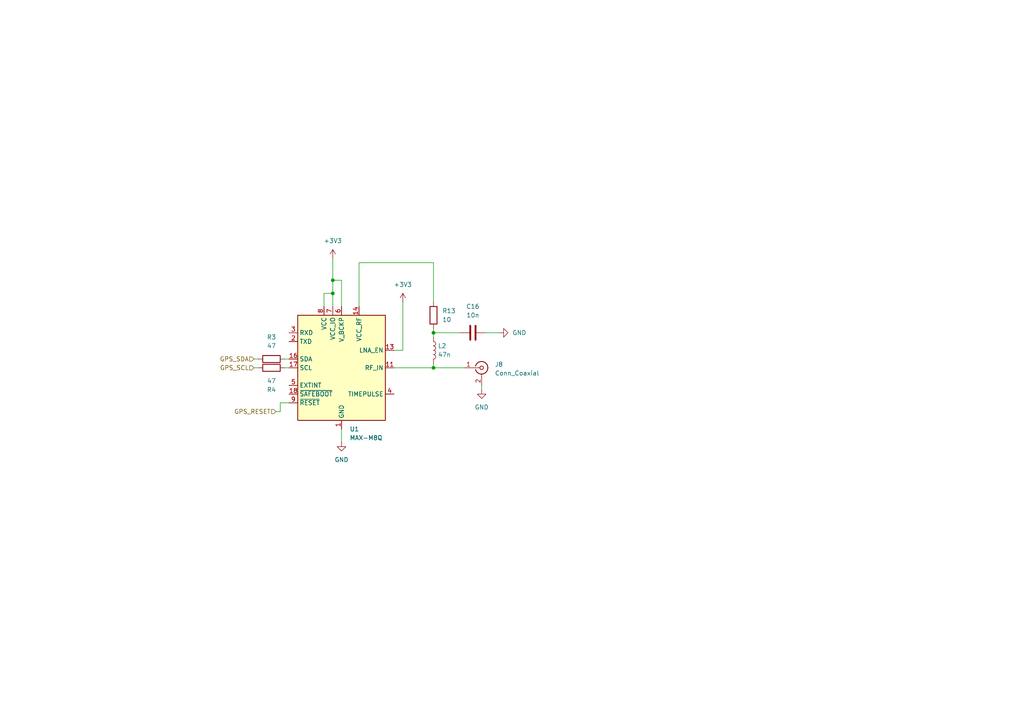
<source format=kicad_sch>
(kicad_sch (version 20250114) (generator "eeschema") (generator_version "9.0")
  (paper "A4")
  (lib_symbols
    (symbol "Connector:Conn_Coaxial" (pin_names (offset 1.016) (hide yes))
      (property "Reference" "J" (at 0.254 3.048 0))
      (property "Value" "Conn_Coaxial" (at 2.921 0 90))
      (symbol "Conn_Coaxial_0_1"
        (polyline (pts (xy -2.54 0) (xy -0.508 0)))
        (arc (start 1.778 0) (mid 0.222 -1.8079) (end -1.778 -0.508) (stroke (width 0.254)))
        (arc (start -1.778 0.508) (mid 0.2221 1.8084) (end 1.778 0) (stroke (width 0.254)))
        (circle (center 0 0) (radius 0.508) (stroke (width 0.2032)))
        (polyline (pts (xy 0 -2.54) (xy 0 -1.778)))
      )
      (symbol "Conn_Coaxial_1_1"
        (pin passive line (at -5.08 0 0) (length 2.54) (name "In") (number "1"))
        (pin passive line (at 0 -5.08 90) (length 2.54) (name "Ext") (number "2"))
      )
    )
    (symbol "Device:C" (pin_numbers (hide yes)) (pin_names (offset 0.254))
      (property "Reference" "C" (at 0.635 2.54 0))
      (property "Value" "C" (at 0.635 -2.54 0))
      (symbol "C_0_1"
        (polyline (pts (xy -2.032 0.762) (xy 2.032 0.762)) (stroke (width 0.508)))
        (polyline (pts (xy -2.032 -0.762) (xy 2.032 -0.762)) (stroke (width 0.508)))
      )
      (symbol "C_1_1"
        (pin passive line (at 0 3.81 270) (length 2.794) (name "~") (number "1"))
        (pin passive line (at 0 -3.81 90) (length 2.794) (name "~") (number "2"))
      )
    )
    (symbol "Device:L" (pin_numbers (hide yes)) (pin_names (offset 1.016) (hide yes))
      (property "Reference" "L" (at -1.27 0 90))
      (property "Value" "L" (at 1.905 0 90))
      (symbol "L_0_1"
        (arc (start 0 2.54) (mid 0.6323 1.905) (end 0 1.27))
        (arc (start 0 1.27) (mid 0.6323 0.635) (end 0 0))
        (arc (start 0 0) (mid 0.6323 -0.635) (end 0 -1.27))
        (arc (start 0 -1.27) (mid 0.6323 -1.905) (end 0 -2.54))
      )
      (symbol "L_1_1"
        (pin passive line (at 0 3.81 270) (length 1.27) (name "1") (number "1"))
        (pin passive line (at 0 -3.81 90) (length 1.27) (name "2") (number "2"))
      )
    )
    (symbol "Device:R" (pin_numbers (hide yes)) (pin_names (offset 0))
      (property "Reference" "R" (at 2.032 0 90))
      (property "Value" "R" (at 0 0 90))
      (symbol "R_0_1"
        (rectangle (start -1.016 -2.54) (end 1.016 2.54) (stroke (width 0.254)))
      )
      (symbol "R_1_1"
        (pin passive line (at 0 3.81 270) (length 1.27) (name "~") (number "1"))
        (pin passive line (at 0 -3.81 90) (length 1.27) (name "~") (number "2"))
      )
    )
    (symbol "RF_GPS:MAX-M8Q"
      (property "Reference" "U" (at -10.16 16.51 0))
      (property "Value" "MAX-M8Q" (at 11.43 16.51 0))
      (symbol "MAX-M8Q_0_1"
        (rectangle (start 12.7 15.24) (end -12.7 -15.24) (stroke (width 0.254)) (fill (type background)))
      )
      (symbol "MAX-M8Q_1_1"
        (pin input line (at -15.24 10.16 0) (length 2.54) (name "RXD") (number "3"))
        (pin output line (at -15.24 7.62 0) (length 2.54) (name "TXD") (number "2"))
        (pin bidirectional line (at -15.24 2.54 0) (length 2.54) (name "SDA") (number "16"))
        (pin input line (at -15.24 0 0) (length 2.54) (name "SCL") (number "17"))
        (pin input line (at -15.24 -5.08 0) (length 2.54) (name "EXTINT") (number "5"))
        (pin input line (at -15.24 -7.62 0) (length 2.54) (name "~{SAFEBOOT}") (number "18"))
        (pin input line (at -15.24 -10.16 0) (length 2.54) (name "~{RESET}") (number "9"))
        (pin power_in line (at -5.08 17.78 270) (length 2.54) (name "VCC") (number "8"))
        (pin power_in line (at -2.54 17.78 270) (length 2.54) (name "VCC_IO") (number "7"))
        (pin power_in line (at 0 17.78 270) (length 2.54) (name "V_BCKP") (number "6"))
        (pin power_in line (at 0 -17.78 90) (length 2.54) (name "GND") (number "1"))
        (pin passive line (at 0 -17.78 90) (length 2.54) (hide yes) (name "GND") (number "10"))
        (pin passive line (at 0 -17.78 90) (length 2.54) (hide yes) (name "GND") (number "12"))
        (pin power_out line (at 5.08 17.78 270) (length 2.54) (name "VCC_RF") (number "14"))
        (pin no_connect line (at 12.7 -5.08 180) (length 2.54) (hide yes) (name "Reserved") (number "15"))
        (pin output line (at 15.24 5.08 180) (length 2.54) (name "LNA_EN") (number "13"))
        (pin input line (at 15.24 0 180) (length 2.54) (name "RF_IN") (number "11"))
        (pin output line (at 15.24 -7.62 180) (length 2.54) (name "TIMEPULSE") (number "4"))
      )
    )
    (symbol "power:+3V3" (power) (pin_numbers (hide yes)) (pin_names (offset 0) (hide yes))
      (property "Value" "+3V3" (at 0 3.556 0))
      (symbol "+3V3_0_1"
        (polyline (pts (xy -0.762 1.27) (xy 0 2.54)))
        (polyline (pts (xy 0 2.54) (xy 0.762 1.27)))
        (polyline (pts (xy 0 0) (xy 0 2.54)))
      )
      (symbol "+3V3_1_1"
        (pin power_in line (at 0 0 90) (length 0) (name "~") (number "1"))
      )
    )
    (symbol "power:GND" (power) (pin_numbers (hide yes)) (pin_names (offset 0) (hide yes))
      (property "Value" "GND" (at 0 -3.81 0))
      (symbol "GND_0_1"
        (polyline (pts (xy 0 0) (xy 0 -1.27) (xy 1.27 -1.27) (xy 0 -2.54) (xy -1.27 -1.27) (xy 0 -1.27)))
      )
      (symbol "GND_1_1"
        (pin power_in line (at 0 0 270) (length 0) (name "~") (number "1"))
      )
    )
  )
  (junction (at 125.73 96.52))
  (junction (at 96.52 81.28))
  (junction (at 125.73 106.68))
  (junction (at 96.52 85.09))
  (wire (pts (xy 133.35 96.52) (xy 125.73 96.52)))
  (wire (pts (xy 114.3 106.68) (xy 125.73 106.68)))
  (wire (pts (xy 99.06 88.9) (xy 99.06 81.28)))
  (wire (pts (xy 125.73 105.41) (xy 125.73 106.68)))
  (wire (pts (xy 81.28 116.84) (xy 83.82 116.84)))
  (wire (pts (xy 81.28 119.38) (xy 81.28 116.84)))
  (wire (pts (xy 125.73 95.25) (xy 125.73 96.52)))
  (wire (pts (xy 73.66 106.68) (xy 74.93 106.68)))
  (wire (pts (xy 125.73 87.63) (xy 125.73 76.2)))
  (wire (pts (xy 139.7 113.03) (xy 139.7 111.76)))
  (wire (pts (xy 116.84 101.6) (xy 114.3 101.6)))
  (wire (pts (xy 82.55 106.68) (xy 83.82 106.68)))
  (wire (pts (xy 125.73 76.2) (xy 104.14 76.2)))
  (wire (pts (xy 104.14 76.2) (xy 104.14 88.9)))
  (wire (pts (xy 96.52 81.28) (xy 99.06 81.28)))
  (wire (pts (xy 99.06 124.46) (xy 99.06 128.27)))
  (wire (pts (xy 93.98 85.09) (xy 96.52 85.09)))
  (wire (pts (xy 73.66 104.14) (xy 74.93 104.14)))
  (wire (pts (xy 116.84 87.63) (xy 116.84 101.6)))
  (wire (pts (xy 96.52 81.28) (xy 96.52 85.09)))
  (wire (pts (xy 125.73 96.52) (xy 125.73 97.79)))
  (wire (pts (xy 96.52 85.09) (xy 96.52 88.9)))
  (wire (pts (xy 80.01 119.38) (xy 81.28 119.38)))
  (wire (pts (xy 93.98 88.9) (xy 93.98 85.09)))
  (wire (pts (xy 140.97 96.52) (xy 144.78 96.52)))
  (wire (pts (xy 96.52 74.93) (xy 96.52 81.28)))
  (wire (pts (xy 82.55 104.14) (xy 83.82 104.14)))
  (wire (pts (xy 125.73 106.68) (xy 134.62 106.68)))
  (hierarchical_label "GPS_RESET" (shape input) (at 80.01 119.38 180))
  (hierarchical_label "GPS_SCL" (shape input) (at 73.66 106.68 180))
  (hierarchical_label "GPS_SDA" (shape input) (at 73.66 104.14 180))
  (symbol (lib_id "power:GND") (at 99.06 128.27 0) (unit 1)
    (property "Reference" "#PWR05" (effects (hide yes)))
    (property "Value" "GND" (at 99.06 133.35 0))
    (property "Description" "Power symbol creates a global label with name \"GND\" , ground" (effects (hide yes)))
  )
  (symbol (lib_id "Device:L") (at 125.73 101.6 0) (unit 1)
    (property "Reference" "L2" (at 127 100.3299 0) (effects (justify left)))
    (property "Value" "47n" (at 127 102.8699 0) (effects (justify left)))
    (property "Description" "Inductor" (effects (hide yes)))
  )
  (symbol (lib_id "Device:R") (at 125.73 91.44 180) (unit 1)
    (property "Reference" "R13" (at 128.27 90.1699 0) (effects (justify right)))
    (property "Value" "10" (at 128.27 92.7099 0) (effects (justify right)))
    (property "Description" "Resistor" (effects (hide yes)))
  )
  (symbol (lib_id "Device:R") (at 78.74 106.68 270) (mirror x) (unit 1)
    (property "Reference" "R4" (at 78.74 113.03 90))
    (property "Value" "47" (at 78.74 110.49 90))
    (property "Footprint" "Resistor_SMD:R_0603_1608Metric" (effects (hide yes)))
    (property "Description" "Resistor" (effects (hide yes)))
  )
  (symbol (lib_id "RF_GPS:MAX-M8Q") (at 99.06 106.68 0) (unit 1)
    (property "Reference" "U1" (at 101.4145 124.46 0) (effects (justify left)))
    (property "Value" "MAX-M8Q" (at 101.4145 127 0) (effects (justify left)))
    (property "Footprint" "RF_GPS:ublox_MAX" (effects (hide yes)))
    (property "Datasheet" "https://www.u-blox.com/sites/default/files/MAX-M8-FW3_DataSheet_%28UBX-15031506%29.pdf" (effects (hide yes)))
    (property "Description" "GNSS Module MAX M8, VCC 2.7V to 3.6V" (effects (hide yes)))
  )
  (symbol (lib_id "power:GND") (at 144.78 96.52 90) (unit 1)
    (property "Reference" "#PWR039" (effects (hide yes)))
    (property "Value" "GND" (at 148.59 96.5199 90) (effects (justify right)))
    (property "Description" "Power symbol creates a global label with name \"GND\" , ground" (effects (hide yes)))
  )
  (symbol (lib_id "power:GND") (at 139.7 113.03 0) (unit 1)
    (property "Reference" "#PWR038" (effects (hide yes)))
    (property "Value" "GND" (at 139.7 118.11 0))
    (property "Description" "Power symbol creates a global label with name \"GND\" , ground" (effects (hide yes)))
  )
  (symbol (lib_id "Device:C") (at 137.16 96.52 90) (unit 1)
    (property "Reference" "C16" (at 137.16 88.9 90))
    (property "Value" "10n" (at 137.16 91.44 90))
    (property "Footprint" "Capacitor_SMD:C_0603_1608Metric" (effects (hide yes)))
    (property "Description" "Unpolarized capacitor" (effects (hide yes)))
  )
  (symbol (lib_id "Connector:Conn_Coaxial") (at 139.7 106.68 0) (unit 1)
    (property "Reference" "J8" (at 143.51 105.7031 0) (effects (justify left)))
    (property "Value" "Conn_Coaxial" (at 143.51 108.2431 0) (effects (justify left)))
    (property "Footprint" "Connector_Coaxial:U.FL_Molex_MCRF_73412-0110_Vertical" (effects (hide yes)))
    (property "Description" "coaxial connector (BNC, SMA, SMB, SMC, Cinch/RCA, LEMO, ...)" (effects (hide yes)))
  )
  (symbol (lib_id "power:+3V3") (at 116.84 87.63 0) (unit 1)
    (property "Reference" "#PWR018" (effects (hide yes)))
    (property "Value" "+3V3" (at 116.84 82.55 0))
    (property "Description" "Power symbol creates a global label with name \"+3V3\"" (effects (hide yes)))
  )
  (symbol (lib_id "Device:R") (at 78.74 104.14 270) (unit 1)
    (property "Reference" "R3" (at 78.74 97.79 90))
    (property "Value" "47" (at 78.74 100.33 90))
    (property "Footprint" "Resistor_SMD:R_0603_1608Metric" (effects (hide yes)))
    (property "Description" "Resistor" (effects (hide yes)))
  )
  (symbol (lib_id "power:+3V3") (at 96.52 74.93 0) (unit 1)
    (property "Reference" "#PWR01" (effects (hide yes)))
    (property "Value" "+3V3" (at 96.52 69.85 0))
    (property "Description" "Power symbol creates a global label with name \"+3V3\"" (effects (hide yes)))
  )
)
</source>
